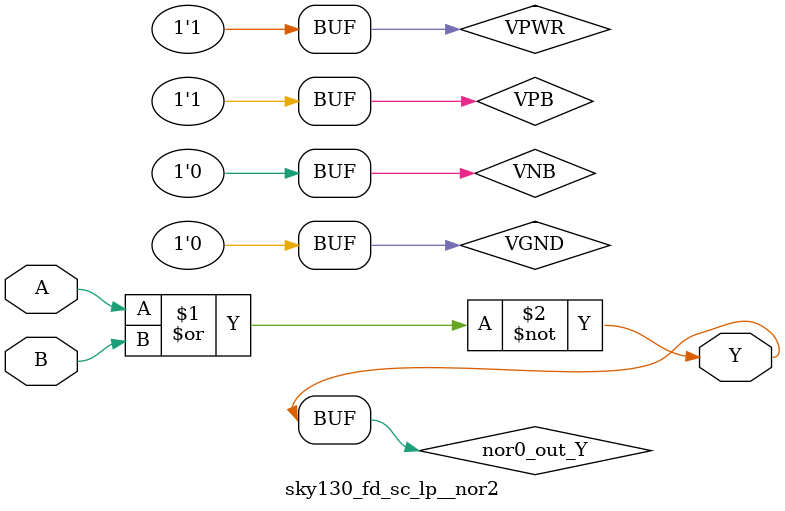
<source format=v>
/*
 * Copyright 2020 The SkyWater PDK Authors
 *
 * Licensed under the Apache License, Version 2.0 (the "License");
 * you may not use this file except in compliance with the License.
 * You may obtain a copy of the License at
 *
 *     https://www.apache.org/licenses/LICENSE-2.0
 *
 * Unless required by applicable law or agreed to in writing, software
 * distributed under the License is distributed on an "AS IS" BASIS,
 * WITHOUT WARRANTIES OR CONDITIONS OF ANY KIND, either express or implied.
 * See the License for the specific language governing permissions and
 * limitations under the License.
 *
 * SPDX-License-Identifier: Apache-2.0
*/


`ifndef SKY130_FD_SC_LP__NOR2_TIMING_V
`define SKY130_FD_SC_LP__NOR2_TIMING_V

/**
 * nor2: 2-input NOR.
 *
 * Verilog simulation timing model.
 */

`timescale 1ns / 1ps
`default_nettype none

`celldefine
module sky130_fd_sc_lp__nor2 (
    Y,
    A,
    B
);

    // Module ports
    output Y;
    input  A;
    input  B;

    // Module supplies
    supply1 VPWR;
    supply0 VGND;
    supply1 VPB ;
    supply0 VNB ;

    // Local signals
    wire nor0_out_Y;

    //  Name  Output      Other arguments
    nor nor0 (nor0_out_Y, A, B           );
    buf buf0 (Y         , nor0_out_Y     );

endmodule
`endcelldefine

`default_nettype wire
`endif  // SKY130_FD_SC_LP__NOR2_TIMING_V

</source>
